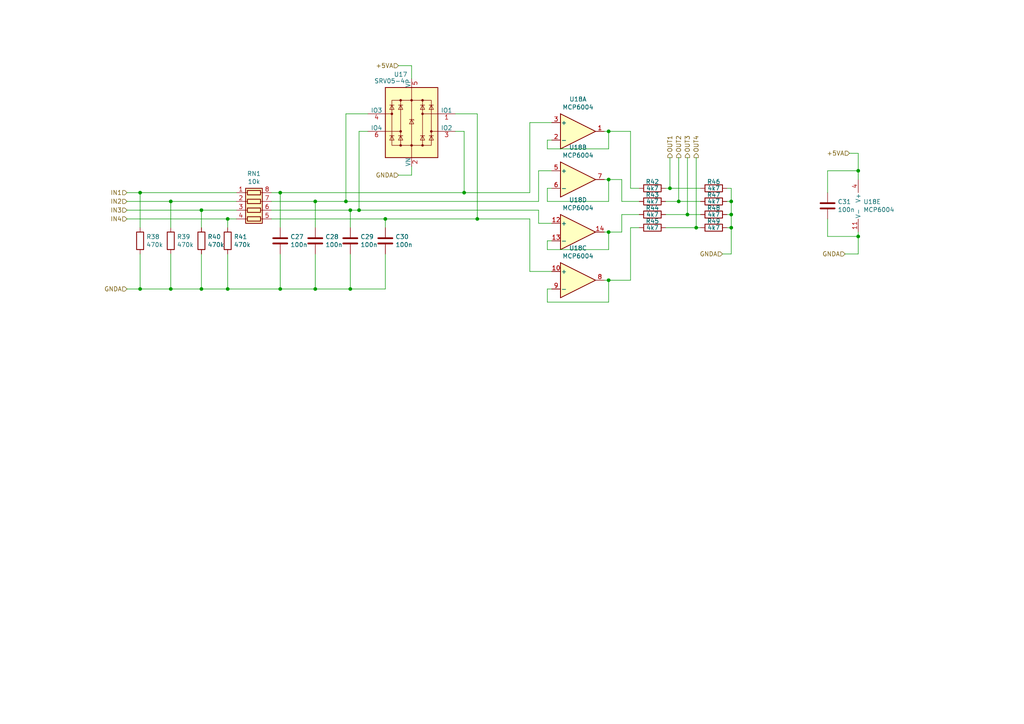
<source format=kicad_sch>
(kicad_sch (version 20250114) (generator "eeschema") (generator_version "9.0")
  (paper "A4")
  (title_block (title "rusEfi Proteus") (date "2022-04-09") (rev "v0.7") (company "rusEFI") (comment 1 "github.com/mck1117/proteus") (comment 2 "rusefi.com/s/proteus"))
  (lib_symbols
    (symbol "Amplifier_Operational:MCP6004" (pin_names (offset 0.127))
      (property "Reference" "U" (at 0 5.08 0))
      (property "Value" "MCP6004" (at 0 -5.08 0))
      (symbol "MCP6004_1_1"
        (polyline (pts (xy -5.08 5.08) (xy 5.08 0) (xy -5.08 -5.08) (xy -5.08 5.08)) (stroke (width 0.254)) (fill (type background)))
        (pin input line (at -7.62 2.54 0) (length 2.54) (name "+") (number "3"))
        (pin input line (at -7.62 -2.54 0) (length 2.54) (name "-") (number "2"))
        (pin output line (at 7.62 0 180) (length 2.54) (name "~") (number "1"))
      )
      (symbol "MCP6004_2_1"
        (polyline (pts (xy -5.08 5.08) (xy 5.08 0) (xy -5.08 -5.08) (xy -5.08 5.08)) (stroke (width 0.254)) (fill (type background)))
        (pin input line (at -7.62 2.54 0) (length 2.54) (name "+") (number "5"))
        (pin input line (at -7.62 -2.54 0) (length 2.54) (name "-") (number "6"))
        (pin output line (at 7.62 0 180) (length 2.54) (name "~") (number "7"))
      )
      (symbol "MCP6004_3_1"
        (polyline (pts (xy -5.08 5.08) (xy 5.08 0) (xy -5.08 -5.08) (xy -5.08 5.08)) (stroke (width 0.254)) (fill (type background)))
        (pin input line (at -7.62 2.54 0) (length 2.54) (name "+") (number "10"))
        (pin input line (at -7.62 -2.54 0) (length 2.54) (name "-") (number "9"))
        (pin output line (at 7.62 0 180) (length 2.54) (name "~") (number "8"))
      )
      (symbol "MCP6004_4_1"
        (polyline (pts (xy -5.08 5.08) (xy 5.08 0) (xy -5.08 -5.08) (xy -5.08 5.08)) (stroke (width 0.254)) (fill (type background)))
        (pin input line (at -7.62 2.54 0) (length 2.54) (name "+") (number "12"))
        (pin input line (at -7.62 -2.54 0) (length 2.54) (name "-") (number "13"))
        (pin output line (at 7.62 0 180) (length 2.54) (name "~") (number "14"))
      )
      (symbol "MCP6004_5_1"
        (pin power_in line (at -2.54 7.62 270) (length 3.81) (name "V+") (number "4"))
        (pin power_in line (at -2.54 -7.62 90) (length 3.81) (name "V-") (number "11"))
      )
    )
    (symbol "Device:C" (pin_numbers (hide yes)) (pin_names (offset 0.254))
      (property "Reference" "C" (at 0.635 2.54 0))
      (property "Value" "C" (at 0.635 -2.54 0))
      (symbol "C_0_1"
        (polyline (pts (xy -2.032 0.762) (xy 2.032 0.762)) (stroke (width 0.508)))
        (polyline (pts (xy -2.032 -0.762) (xy 2.032 -0.762)) (stroke (width 0.508)))
      )
      (symbol "C_1_1"
        (pin passive line (at 0 3.81 270) (length 2.794) (name "~") (number "1"))
        (pin passive line (at 0 -3.81 90) (length 2.794) (name "~") (number "2"))
      )
    )
    (symbol "Device:R" (pin_numbers (hide yes)) (pin_names (offset 0))
      (property "Reference" "R" (at 2.032 0 90))
      (property "Value" "R" (at 0 0 90))
      (symbol "R_0_1"
        (rectangle (start -1.016 -2.54) (end 1.016 2.54) (stroke (width 0.254)))
      )
      (symbol "R_1_1"
        (pin passive line (at 0 3.81 270) (length 1.27) (name "~") (number "1"))
        (pin passive line (at 0 -3.81 90) (length 1.27) (name "~") (number "2"))
      )
    )
    (symbol "Device:R_Pack04" (pin_names (offset 0) (hide yes))
      (property "Reference" "RN" (at -7.62 0 90))
      (property "Value" "R_Pack04" (at 5.08 0 90))
      (symbol "R_Pack04_0_1"
        (rectangle (start -6.35 -2.413) (end 3.81 2.413) (stroke (width 0.254)) (fill (type background)))
        (rectangle (start -5.715 1.905) (end -4.445 -1.905) (stroke (width 0.254)))
        (polyline (pts (xy -5.08 1.905) (xy -5.08 2.54)))
        (polyline (pts (xy -5.08 -2.54) (xy -5.08 -1.905)))
        (rectangle (start -3.175 1.905) (end -1.905 -1.905) (stroke (width 0.254)))
        (polyline (pts (xy -2.54 1.905) (xy -2.54 2.54)))
        (polyline (pts (xy -2.54 -2.54) (xy -2.54 -1.905)))
        (rectangle (start -0.635 1.905) (end 0.635 -1.905) (stroke (width 0.254)))
        (polyline (pts (xy 0 1.905) (xy 0 2.54)))
        (polyline (pts (xy 0 -2.54) (xy 0 -1.905)))
        (rectangle (start 1.905 1.905) (end 3.175 -1.905) (stroke (width 0.254)))
        (polyline (pts (xy 2.54 1.905) (xy 2.54 2.54)))
        (polyline (pts (xy 2.54 -2.54) (xy 2.54 -1.905)))
      )
      (symbol "R_Pack04_1_1"
        (pin passive line (at -5.08 5.08 270) (length 2.54) (name "R1.2") (number "8"))
        (pin passive line (at -5.08 -5.08 90) (length 2.54) (name "R1.1") (number "1"))
        (pin passive line (at -2.54 5.08 270) (length 2.54) (name "R2.2") (number "7"))
        (pin passive line (at -2.54 -5.08 90) (length 2.54) (name "R2.1") (number "2"))
        (pin passive line (at 0 5.08 270) (length 2.54) (name "R3.2") (number "6"))
        (pin passive line (at 0 -5.08 90) (length 2.54) (name "R3.1") (number "3"))
        (pin passive line (at 2.54 5.08 270) (length 2.54) (name "R4.2") (number "5"))
        (pin passive line (at 2.54 -5.08 90) (length 2.54) (name "R4.1") (number "4"))
      )
    )
    (symbol "Power_Protection:SRV05-4" (pin_names (offset 0))
      (property "Reference" "U" (at -5.08 11.43 0))
      (property "Value" "SRV05-4" (at 2.54 11.43 0))
      (symbol "SRV05-4_0_0"
        (rectangle (start -5.715 6.477) (end 5.715 -6.604))
        (polyline (pts (xy -3.175 -6.604) (xy -3.175 6.477)))
        (polyline (pts (xy 3.175 6.477) (xy 3.175 -6.604)))
      )
      (symbol "SRV05-4_0_1"
        (polyline (pts (xy -7.747 2.54) (xy -3.175 2.54)))
        (rectangle (start -7.62 10.16) (end 7.62 -10.16) (stroke (width 0.254)) (fill (type background)))
        (polyline (pts (xy -7.62 -2.54) (xy -5.715 -2.54)))
        (circle (center -5.715 -2.54) (radius 0.2794) (fill (type outline)))
        (polyline (pts (xy -5.08 5.08) (xy -6.35 5.08)))
        (polyline (pts (xy -5.08 3.81) (xy -6.35 3.81) (xy -5.715 5.08) (xy -5.08 3.81)))
        (polyline (pts (xy -5.08 -3.81) (xy -6.35 -3.81)))
        (polyline (pts (xy -5.08 -5.08) (xy -6.35 -5.08) (xy -5.715 -3.81) (xy -5.08 -5.08)))
        (circle (center -3.175 6.477) (radius 0.2794) (fill (type outline)))
        (circle (center -3.175 2.54) (radius 0.2794) (fill (type outline)))
        (circle (center -3.175 -6.604) (radius 0.2794) (fill (type outline)))
        (polyline (pts (xy -2.54 5.08) (xy -3.81 5.08)))
        (polyline (pts (xy -2.54 3.81) (xy -3.81 3.81) (xy -3.175 5.08) (xy -2.54 3.81)))
        (polyline (pts (xy -2.54 -3.81) (xy -3.81 -3.81)))
        (polyline (pts (xy -2.54 -5.08) (xy -3.81 -5.08) (xy -3.175 -3.81) (xy -2.54 -5.08)))
        (polyline (pts (xy 0 10.16) (xy 0 -10.16)))
        (circle (center 0 6.477) (radius 0.2794) (fill (type outline)))
        (circle (center 0 -6.604) (radius 0.2794) (fill (type outline)))
        (polyline (pts (xy 0.635 0.889) (xy -0.635 0.889) (xy -0.635 0.635)))
        (polyline (pts (xy 0.635 -0.381) (xy -0.635 -0.381) (xy 0 0.889) (xy 0.635 -0.381)))
        (circle (center 3.175 6.477) (radius 0.2794) (fill (type outline)))
        (circle (center 3.175 -2.54) (radius 0.2794) (fill (type outline)))
        (circle (center 3.175 -6.604) (radius 0.2794) (fill (type outline)))
        (polyline (pts (xy 3.81 5.08) (xy 2.54 5.08)))
        (polyline (pts (xy 3.81 3.81) (xy 2.54 3.81) (xy 3.175 5.08) (xy 3.81 3.81)))
        (polyline (pts (xy 3.81 -3.81) (xy 2.54 -3.81)))
        (polyline (pts (xy 3.81 -5.08) (xy 2.54 -5.08) (xy 3.175 -3.81) (xy 3.81 -5.08)))
        (circle (center 5.715 2.54) (radius 0.2794) (fill (type outline)))
        (polyline (pts (xy 6.35 5.08) (xy 5.08 5.08)))
        (polyline (pts (xy 6.35 3.81) (xy 5.08 3.81) (xy 5.715 5.08) (xy 6.35 3.81)))
        (polyline (pts (xy 6.35 -3.81) (xy 5.08 -3.81)))
        (polyline (pts (xy 6.35 -5.08) (xy 5.08 -5.08) (xy 5.715 -3.81) (xy 6.35 -5.08)))
        (polyline (pts (xy 7.62 2.54) (xy 5.715 2.54)))
        (polyline (pts (xy 7.62 -2.54) (xy 3.175 -2.54)))
      )
      (symbol "SRV05-4_1_1"
        (pin passive line (at -12.7 2.54 0) (length 5.08) (name "IO1") (number "1"))
        (pin passive line (at -12.7 -2.54 0) (length 5.08) (name "IO2") (number "3"))
        (pin passive line (at 0 12.7 270) (length 2.54) (name "VP") (number "5"))
        (pin passive line (at 0 -12.7 90) (length 2.54) (name "VN") (number "2"))
        (pin passive line (at 12.7 2.54 180) (length 5.08) (name "IO3") (number "4"))
        (pin passive line (at 12.7 -2.54 180) (length 5.08) (name "IO4") (number "6"))
      )
    )
  )
  (junction (at 81.28 55.88))
  (junction (at 212.09 66.04))
  (junction (at 134.62 55.88))
  (junction (at 248.92 49.53))
  (junction (at 101.6 83.82))
  (junction (at 91.44 83.82))
  (junction (at 40.64 83.82))
  (junction (at 91.44 58.42))
  (junction (at 58.42 60.96))
  (junction (at 58.42 83.82))
  (junction (at 66.04 63.5))
  (junction (at 199.39 62.23))
  (junction (at 194.31 54.61))
  (junction (at 104.14 60.96))
  (junction (at 81.28 83.82))
  (junction (at 176.53 38.1))
  (junction (at 111.76 63.5))
  (junction (at 248.92 68.58))
  (junction (at 176.53 67.31))
  (junction (at 66.04 83.82))
  (junction (at 40.64 55.88))
  (junction (at 100.33 58.42))
  (junction (at 212.09 58.42))
  (junction (at 196.85 58.42))
  (junction (at 212.09 62.23))
  (junction (at 49.53 58.42))
  (junction (at 176.53 52.07))
  (junction (at 201.93 66.04))
  (junction (at 49.53 83.82))
  (junction (at 176.53 81.28))
  (junction (at 138.43 63.5))
  (junction (at 101.6 60.96))
  (wire (pts (xy 185.42 54.61) (xy 182.88 54.61)))
  (wire (pts (xy 176.53 52.07) (xy 175.26 52.07)))
  (wire (pts (xy 212.09 66.04) (xy 210.82 66.04)))
  (wire (pts (xy 160.02 69.85) (xy 158.75 69.85)))
  (wire (pts (xy 119.38 19.05) (xy 115.57 19.05)))
  (wire (pts (xy 49.53 73.66) (xy 49.53 83.82)))
  (wire (pts (xy 134.62 55.88) (xy 153.67 55.88)))
  (wire (pts (xy 203.2 58.42) (xy 196.85 58.42)))
  (wire (pts (xy 199.39 45.72) (xy 199.39 62.23)))
  (wire (pts (xy 66.04 63.5) (xy 68.58 63.5)))
  (wire (pts (xy 104.14 60.96) (xy 156.21 60.96)))
  (wire (pts (xy 176.53 81.28) (xy 175.26 81.28)))
  (wire (pts (xy 240.03 68.58) (xy 240.03 63.5)))
  (wire (pts (xy 132.08 33.02) (xy 138.43 33.02)))
  (wire (pts (xy 40.64 83.82) (xy 49.53 83.82)))
  (wire (pts (xy 66.04 73.66) (xy 66.04 83.82)))
  (wire (pts (xy 248.92 68.58) (xy 240.03 68.58)))
  (wire (pts (xy 132.08 38.1) (xy 134.62 38.1)))
  (wire (pts (xy 180.34 62.23) (xy 185.42 62.23)))
  (wire (pts (xy 158.75 54.61) (xy 158.75 58.42)))
  (wire (pts (xy 158.75 40.64) (xy 158.75 43.18)))
  (wire (pts (xy 201.93 66.04) (xy 201.93 45.72)))
  (wire (pts (xy 66.04 66.04) (xy 66.04 63.5)))
  (wire (pts (xy 104.14 38.1) (xy 104.14 60.96)))
  (wire (pts (xy 81.28 66.04) (xy 81.28 55.88)))
  (wire (pts (xy 78.74 60.96) (xy 101.6 60.96)))
  (wire (pts (xy 185.42 66.04) (xy 182.88 66.04)))
  (wire (pts (xy 78.74 58.42) (xy 91.44 58.42)))
  (wire (pts (xy 212.09 58.42) (xy 210.82 58.42)))
  (wire (pts (xy 210.82 54.61) (xy 212.09 54.61)))
  (wire (pts (xy 81.28 55.88) (xy 78.74 55.88)))
  (wire (pts (xy 101.6 73.66) (xy 101.6 83.82)))
  (wire (pts (xy 212.09 62.23) (xy 212.09 58.42)))
  (wire (pts (xy 156.21 49.53) (xy 156.21 58.42)))
  (wire (pts (xy 49.53 58.42) (xy 68.58 58.42)))
  (wire (pts (xy 91.44 83.82) (xy 101.6 83.82)))
  (wire (pts (xy 182.88 38.1) (xy 176.53 38.1)))
  (wire (pts (xy 40.64 55.88) (xy 68.58 55.88)))
  (wire (pts (xy 176.53 43.18) (xy 176.53 38.1)))
  (wire (pts (xy 66.04 83.82) (xy 81.28 83.82)))
  (wire (pts (xy 119.38 50.8) (xy 119.38 48.26)))
  (wire (pts (xy 158.75 58.42) (xy 176.53 58.42)))
  (wire (pts (xy 158.75 83.82) (xy 158.75 87.63)))
  (wire (pts (xy 36.83 83.82) (xy 40.64 83.82)))
  (wire (pts (xy 212.09 73.66) (xy 209.55 73.66)))
  (wire (pts (xy 203.2 66.04) (xy 201.93 66.04)))
  (wire (pts (xy 248.92 68.58) (xy 248.92 73.66)))
  (wire (pts (xy 36.83 60.96) (xy 58.42 60.96)))
  (wire (pts (xy 180.34 58.42) (xy 185.42 58.42)))
  (wire (pts (xy 176.53 38.1) (xy 175.26 38.1)))
  (wire (pts (xy 160.02 54.61) (xy 158.75 54.61)))
  (wire (pts (xy 101.6 60.96) (xy 104.14 60.96)))
  (wire (pts (xy 158.75 72.39) (xy 176.53 72.39)))
  (wire (pts (xy 134.62 38.1) (xy 134.62 55.88)))
  (wire (pts (xy 58.42 60.96) (xy 58.42 66.04)))
  (wire (pts (xy 212.09 54.61) (xy 212.09 58.42)))
  (wire (pts (xy 176.53 58.42) (xy 176.53 52.07)))
  (wire (pts (xy 91.44 58.42) (xy 100.33 58.42)))
  (wire (pts (xy 153.67 55.88) (xy 153.67 35.56)))
  (wire (pts (xy 193.04 62.23) (xy 199.39 62.23)))
  (wire (pts (xy 49.53 83.82) (xy 58.42 83.82)))
  (wire (pts (xy 176.53 52.07) (xy 180.34 52.07)))
  (wire (pts (xy 100.33 33.02) (xy 100.33 58.42)))
  (wire (pts (xy 194.31 54.61) (xy 203.2 54.61)))
  (wire (pts (xy 248.92 44.45) (xy 248.92 49.53)))
  (wire (pts (xy 160.02 40.64) (xy 158.75 40.64)))
  (wire (pts (xy 240.03 55.88) (xy 240.03 49.53)))
  (wire (pts (xy 156.21 64.77) (xy 160.02 64.77)))
  (wire (pts (xy 66.04 63.5) (xy 36.83 63.5)))
  (wire (pts (xy 101.6 83.82) (xy 111.76 83.82)))
  (wire (pts (xy 176.53 87.63) (xy 176.53 81.28)))
  (wire (pts (xy 176.53 67.31) (xy 175.26 67.31)))
  (wire (pts (xy 248.92 68.58) (xy 248.92 67.31)))
  (wire (pts (xy 49.53 66.04) (xy 49.53 58.42)))
  (wire (pts (xy 138.43 63.5) (xy 153.67 63.5)))
  (wire (pts (xy 81.28 55.88) (xy 134.62 55.88)))
  (wire (pts (xy 78.74 63.5) (xy 111.76 63.5)))
  (wire (pts (xy 138.43 33.02) (xy 138.43 63.5)))
  (wire (pts (xy 193.04 54.61) (xy 194.31 54.61)))
  (wire (pts (xy 58.42 83.82) (xy 66.04 83.82)))
  (wire (pts (xy 101.6 60.96) (xy 101.6 66.04)))
  (wire (pts (xy 182.88 54.61) (xy 182.88 38.1)))
  (wire (pts (xy 160.02 49.53) (xy 156.21 49.53)))
  (wire (pts (xy 40.64 55.88) (xy 40.64 66.04)))
  (wire (pts (xy 194.31 54.61) (xy 194.31 45.72)))
  (wire (pts (xy 180.34 52.07) (xy 180.34 58.42)))
  (wire (pts (xy 115.57 50.8) (xy 119.38 50.8)))
  (wire (pts (xy 36.83 55.88) (xy 40.64 55.88)))
  (wire (pts (xy 248.92 49.53) (xy 248.92 52.07)))
  (wire (pts (xy 182.88 66.04) (xy 182.88 81.28)))
  (wire (pts (xy 158.75 43.18) (xy 176.53 43.18)))
  (wire (pts (xy 176.53 67.31) (xy 180.34 67.31)))
  (wire (pts (xy 212.09 66.04) (xy 212.09 62.23)))
  (wire (pts (xy 153.67 78.74) (xy 160.02 78.74)))
  (wire (pts (xy 160.02 83.82) (xy 158.75 83.82)))
  (wire (pts (xy 81.28 73.66) (xy 81.28 83.82)))
  (wire (pts (xy 180.34 67.31) (xy 180.34 62.23)))
  (wire (pts (xy 158.75 87.63) (xy 176.53 87.63)))
  (wire (pts (xy 240.03 49.53) (xy 248.92 49.53)))
  (wire (pts (xy 182.88 81.28) (xy 176.53 81.28)))
  (wire (pts (xy 199.39 62.23) (xy 203.2 62.23)))
  (wire (pts (xy 111.76 63.5) (xy 111.76 66.04)))
  (wire (pts (xy 193.04 66.04) (xy 201.93 66.04)))
  (wire (pts (xy 81.28 83.82) (xy 91.44 83.82)))
  (wire (pts (xy 100.33 58.42) (xy 156.21 58.42)))
  (wire (pts (xy 245.11 73.66) (xy 248.92 73.66)))
  (wire (pts (xy 106.68 38.1) (xy 104.14 38.1)))
  (wire (pts (xy 40.64 73.66) (xy 40.64 83.82)))
  (wire (pts (xy 248.92 44.45) (xy 246.38 44.45)))
  (wire (pts (xy 176.53 72.39) (xy 176.53 67.31)))
  (wire (pts (xy 49.53 58.42) (xy 36.83 58.42)))
  (wire (pts (xy 196.85 45.72) (xy 196.85 58.42)))
  (wire (pts (xy 119.38 19.05) (xy 119.38 22.86)))
  (wire (pts (xy 106.68 33.02) (xy 100.33 33.02)))
  (wire (pts (xy 212.09 62.23) (xy 210.82 62.23)))
  (wire (pts (xy 91.44 58.42) (xy 91.44 66.04)))
  (wire (pts (xy 58.42 73.66) (xy 58.42 83.82)))
  (wire (pts (xy 111.76 63.5) (xy 138.43 63.5)))
  (wire (pts (xy 156.21 60.96) (xy 156.21 64.77)))
  (wire (pts (xy 196.85 58.42) (xy 193.04 58.42)))
  (wire (pts (xy 153.67 63.5) (xy 153.67 78.74)))
  (wire (pts (xy 153.67 35.56) (xy 160.02 35.56)))
  (wire (pts (xy 111.76 83.82) (xy 111.76 73.66)))
  (wire (pts (xy 158.75 69.85) (xy 158.75 72.39)))
  (wire (pts (xy 91.44 73.66) (xy 91.44 83.82)))
  (wire (pts (xy 212.09 66.04) (xy 212.09 73.66)))
  (wire (pts (xy 68.58 60.96) (xy 58.42 60.96)))
  (hierarchical_label "GNDA" (shape input) (at 36.83 83.82 180))
  (hierarchical_label "+5VA" (shape input) (at 115.57 19.05 180))
  (hierarchical_label "OUT4" (shape output) (at 201.93 45.72 90))
  (hierarchical_label "GNDA" (shape input) (at 245.11 73.66 180))
  (hierarchical_label "GNDA" (shape input) (at 115.57 50.8 180))
  (hierarchical_label "OUT1" (shape output) (at 194.31 45.72 90))
  (hierarchical_label "+5VA" (shape input) (at 246.38 44.45 180))
  (hierarchical_label "IN1" (shape input) (at 36.83 55.88 180))
  (hierarchical_label "OUT2" (shape output) (at 196.85 45.72 90))
  (hierarchical_label "IN4" (shape input) (at 36.83 63.5 180))
  (hierarchical_label "IN3" (shape input) (at 36.83 60.96 180))
  (hierarchical_label "IN2" (shape input) (at 36.83 58.42 180))
  (hierarchical_label "GNDA" (shape input) (at 209.55 73.66 180))
  (hierarchical_label "OUT3" (shape output) (at 199.39 45.72 90))
  (symbol (lib_id "Amplifier_Operational:MCP6004") (at 167.64 38.1 0) (unit 1)
    (property "Reference" "U18" (at 167.64 28.7782 0))
    (property "Value" "MCP6004" (at 167.64 31.0896 0))
    (property "Footprint" "Package_SO:TSSOP-14_4.4x5mm_P0.65mm" (effects (hide yes)))
    (property "Datasheet" "http://ww1.microchip.com/downloads/en/DeviceDoc/21733j.pdf" (effects (hide yes)))
    (property "PN" "MCP6004T-I/ST" (effects (hide yes)))
    (property "LCSC" "C50282" (effects (hide yes)))
    (property "LCSC_ext" "1" (effects (hide yes)))
    (property "possible_not_ext" "1" (effects (hide yes)))
    (instances (project "trove8" (path "" (reference "U18") (unit 1)) (path "" (reference "U22") (unit 1))))
  )
  (symbol (lib_id "Amplifier_Operational:MCP6004") (at 167.64 52.07 0) (unit 2)
    (property "Reference" "U18" (at 167.64 42.7482 0))
    (property "Value" "MCP6004" (at 167.64 45.0596 0))
    (property "Footprint" "Package_SO:TSSOP-14_4.4x5mm_P0.65mm" (effects (hide yes)))
    (property "Datasheet" "http://ww1.microchip.com/downloads/en/DeviceDoc/21733j.pdf" (effects (hide yes)))
    (property "PN" "MCP6004T-I/ST" (effects (hide yes)))
    (property "LCSC" "C50282" (effects (hide yes)))
    (property "LCSC_ext" "1" (effects (hide yes)))
    (property "possible_not_ext" "1" (effects (hide yes)))
    (instances (project "trove8" (path "" (reference "U18") (unit 2)) (path "" (reference "U22") (unit 2))))
  )
  (symbol (lib_id "Amplifier_Operational:MCP6004") (at 167.64 81.28 0) (unit 3)
    (property "Reference" "U18" (at 167.64 71.9582 0))
    (property "Value" "MCP6004" (at 167.64 74.2696 0))
    (property "Footprint" "Package_SO:TSSOP-14_4.4x5mm_P0.65mm" (effects (hide yes)))
    (property "Datasheet" "http://ww1.microchip.com/downloads/en/DeviceDoc/21733j.pdf" (effects (hide yes)))
    (property "PN" "MCP6004T-I/ST" (effects (hide yes)))
    (property "LCSC" "C50282" (effects (hide yes)))
    (property "LCSC_ext" "1" (effects (hide yes)))
    (property "possible_not_ext" "1" (effects (hide yes)))
    (instances (project "trove8" (path "" (reference "U18") (unit 3)) (path "" (reference "U22") (unit 3))))
  )
  (symbol (lib_id "Amplifier_Operational:MCP6004") (at 167.64 67.31 0) (unit 4)
    (property "Reference" "U18" (at 167.64 57.9882 0))
    (property "Value" "MCP6004" (at 167.64 60.2996 0))
    (property "Footprint" "Package_SO:TSSOP-14_4.4x5mm_P0.65mm" (effects (hide yes)))
    (property "Datasheet" "http://ww1.microchip.com/downloads/en/DeviceDoc/21733j.pdf" (effects (hide yes)))
    (property "PN" "MCP6004T-I/ST" (effects (hide yes)))
    (property "LCSC" "C50282" (effects (hide yes)))
    (property "LCSC_ext" "1" (effects (hide yes)))
    (property "possible_not_ext" "1" (effects (hide yes)))
    (instances (project "trove8" (path "" (reference "U18") (unit 4)) (path "" (reference "U22") (unit 4))))
  )
  (symbol (lib_id "Device:R") (at 49.53 69.85 0) (unit 1)
    (property "Reference" "R39" (at 51.308 68.6816 0) (effects (justify left)))
    (property "Value" "470k" (at 51.308 70.993 0) (effects (justify left)))
    (property "Footprint" "Resistor_SMD:R_0402_1005Metric" (effects (hide yes)))
    (property "LCSC" "C25790" (effects (hide yes)))
    (property "LCSC_ext" "0" (effects (hide yes)))
    (instances (project "trove8" (path "" (reference "R39") (unit 1)) (path "" (reference "R58") (unit 1))))
  )
  (symbol (lib_id "Device:R") (at 58.42 69.85 0) (unit 1)
    (property "Reference" "R40" (at 60.198 68.6816 0) (effects (justify left)))
    (property "Value" "470k" (at 60.198 70.993 0) (effects (justify left)))
    (property "Footprint" "Resistor_SMD:R_0402_1005Metric" (effects (hide yes)))
    (property "LCSC" "C25790" (effects (hide yes)))
    (property "LCSC_ext" "0" (effects (hide yes)))
    (instances (project "trove8" (path "" (reference "R40") (unit 1)) (path "" (reference "R59") (unit 1))))
  )
  (symbol (lib_id "Device:R") (at 66.04 69.85 0) (unit 1)
    (property "Reference" "R41" (at 67.818 68.6816 0) (effects (justify left)))
    (property "Value" "470k" (at 67.818 70.993 0) (effects (justify left)))
    (property "Footprint" "Resistor_SMD:R_0402_1005Metric" (effects (hide yes)))
    (property "LCSC" "C25790" (effects (hide yes)))
    (property "LCSC_ext" "0" (effects (hide yes)))
    (instances (project "trove8" (path "" (reference "R41") (unit 1)) (path "" (reference "R60") (unit 1))))
  )
  (symbol (lib_id "Amplifier_Operational:MCP6004") (at 251.46 59.69 0) (unit 5)
    (property "Reference" "U18" (at 250.3932 58.5216 0) (effects (justify left)))
    (property "Value" "MCP6004" (at 250.3932 60.833 0) (effects (justify left)))
    (property "Footprint" "Package_SO:TSSOP-14_4.4x5mm_P0.65mm" (effects (hide yes)))
    (property "Datasheet" "http://ww1.microchip.com/downloads/en/DeviceDoc/21733j.pdf" (effects (hide yes)))
    (property "PN" "MCP6004T-I/ST" (effects (hide yes)))
    (property "LCSC" "C50282" (effects (hide yes)))
    (property "LCSC_ext" "1" (effects (hide yes)))
    (property "possible_not_ext" "1" (effects (hide yes)))
    (instances (project "trove8" (path "" (reference "U18") (unit 5)) (path "" (reference "U22") (unit 5))))
  )
  (symbol (lib_id "Device:R_Pack04") (at 73.66 60.96 270) (unit 1)
    (property "Reference" "RN1" (at 73.66 50.3682 90))
    (property "Value" "10k" (at 73.66 52.6796 90))
    (property "Footprint" "Resistor_SMD:R_Array_Convex_4x0603" (effects (hide yes)))
    (property "PN" "CAT16-1002F4LF" (effects (hide yes)))
    (property "LCSC" "C29718" (effects (hide yes)))
    (property "LCSC_ext" "0" (effects (hide yes)))
    (instances (project "trove8" (path "" (reference "RN1") (unit 1)) (path "" (reference "RN2") (unit 1))))
  )
  (symbol (lib_id "Device:R") (at 40.64 69.85 0) (unit 1)
    (property "Reference" "R38" (at 42.418 68.6816 0) (effects (justify left)))
    (property "Value" "470k" (at 42.418 70.993 0) (effects (justify left)))
    (property "Footprint" "Resistor_SMD:R_0402_1005Metric" (effects (hide yes)))
    (property "LCSC" "C25790" (effects (hide yes)))
    (property "LCSC_ext" "0" (effects (hide yes)))
    (instances (project "trove8" (path "" (reference "R38") (unit 1)) (path "" (reference "R57") (unit 1))))
  )
  (symbol (lib_id "Device:C") (at 240.03 59.69 0) (unit 1)
    (property "Reference" "C31" (at 242.951 58.5216 0) (effects (justify left)))
    (property "Value" "100n" (at 242.951 60.833 0) (effects (justify left)))
    (property "Footprint" "Capacitor_SMD:C_0402_1005Metric" (effects (hide yes)))
    (property "LCSC" "C1525" (effects (hide yes)))
    (property "LCSC_ext" "0" (effects (hide yes)))
    (instances (project "trove8" (path "" (reference "C31") (unit 1)) (path "" (reference "C41") (unit 1))))
  )
  (symbol (lib_id "Device:R") (at 189.23 54.61 270) (unit 1)
    (property "Reference" "R42" (at 189.23 52.705 90))
    (property "Value" "4k7" (at 189.23 54.61 90))
    (property "Footprint" "Resistor_SMD:R_0402_1005Metric" (effects (hide yes)))
    (property "LCSC" "C281778" (effects (hide yes)))
    (property "LCSC_ext" "0" (effects (hide yes)))
    (property "Note" " 0.1%" (effects (hide yes)))
    (instances (project "trove8" (path "" (reference "R42") (unit 1)) (path "" (reference "R61") (unit 1))))
  )
  (symbol (lib_id "Device:R") (at 189.23 58.42 270) (unit 1)
    (property "Reference" "R43" (at 189.23 56.515 90))
    (property "Value" "4k7" (at 189.23 58.42 90))
    (property "Footprint" "Resistor_SMD:R_0402_1005Metric" (effects (hide yes)))
    (property "LCSC" "C281778" (effects (hide yes)))
    (property "LCSC_ext" "0" (effects (hide yes)))
    (property "Note" " 0.1%" (effects (hide yes)))
    (instances (project "trove8" (path "" (reference "R43") (unit 1)) (path "" (reference "R62") (unit 1))))
  )
  (symbol (lib_id "Device:R") (at 189.23 62.23 270) (unit 1)
    (property "Reference" "R44" (at 189.23 60.325 90))
    (property "Value" "4k7" (at 189.23 62.23 90))
    (property "Footprint" "Resistor_SMD:R_0402_1005Metric" (effects (hide yes)))
    (property "LCSC" "C281778" (effects (hide yes)))
    (property "LCSC_ext" "0" (effects (hide yes)))
    (property "Note" " 0.1%" (effects (hide yes)))
    (instances (project "trove8" (path "" (reference "R44") (unit 1)) (path "" (reference "R63") (unit 1))))
  )
  (symbol (lib_id "Device:R") (at 189.23 66.04 270) (unit 1)
    (property "Reference" "R45" (at 189.23 64.135 90))
    (property "Value" "4k7" (at 189.23 66.04 90))
    (property "Footprint" "Resistor_SMD:R_0402_1005Metric" (effects (hide yes)))
    (property "LCSC" "C281778" (effects (hide yes)))
    (property "LCSC_ext" "0" (effects (hide yes)))
    (property "Note" " 0.1%" (effects (hide yes)))
    (instances (project "trove8" (path "" (reference "R45") (unit 1)) (path "" (reference "R64") (unit 1))))
  )
  (symbol (lib_id "Device:R") (at 207.01 54.61 270) (unit 1)
    (property "Reference" "R46" (at 207.01 52.705 90))
    (property "Value" "4k7" (at 207.01 54.61 90))
    (property "Footprint" "Resistor_SMD:R_0402_1005Metric" (effects (hide yes)))
    (property "LCSC" "C281778" (effects (hide yes)))
    (property "LCSC_ext" "0" (effects (hide yes)))
    (property "Note" " 0.1%" (effects (hide yes)))
    (instances (project "trove8" (path "" (reference "R46") (unit 1)) (path "" (reference "R65") (unit 1))))
  )
  (symbol (lib_id "Device:R") (at 207.01 58.42 270) (unit 1)
    (property "Reference" "R47" (at 207.01 56.515 90))
    (property "Value" "4k7" (at 207.01 58.42 90))
    (property "Footprint" "Resistor_SMD:R_0402_1005Metric" (effects (hide yes)))
    (property "LCSC" "C281778" (effects (hide yes)))
    (property "LCSC_ext" "0" (effects (hide yes)))
    (property "Note" " 0.1%" (effects (hide yes)))
    (instances (project "trove8" (path "" (reference "R47") (unit 1)) (path "" (reference "R66") (unit 1))))
  )
  (symbol (lib_id "Device:R") (at 207.01 62.23 270) (unit 1)
    (property "Reference" "R48" (at 207.01 60.325 90))
    (property "Value" "4k7" (at 207.01 62.23 90))
    (property "Footprint" "Resistor_SMD:R_0402_1005Metric" (effects (hide yes)))
    (property "LCSC" "C281778" (effects (hide yes)))
    (property "LCSC_ext" "0" (effects (hide yes)))
    (property "Note" " 0.1%" (effects (hide yes)))
    (instances (project "trove8" (path "" (reference "R48") (unit 1)) (path "" (reference "R67") (unit 1))))
  )
  (symbol (lib_id "Device:R") (at 207.01 66.04 270) (unit 1)
    (property "Reference" "R49" (at 207.01 64.135 90))
    (property "Value" "4k7" (at 207.01 66.04 90))
    (property "Footprint" "Resistor_SMD:R_0402_1005Metric" (effects (hide yes)))
    (property "LCSC" "C281778" (effects (hide yes)))
    (property "LCSC_ext" "0" (effects (hide yes)))
    (property "Note" " 0.1%" (effects (hide yes)))
    (instances (project "trove8" (path "" (reference "R49") (unit 1)) (path "" (reference "R68") (unit 1))))
  )
  (symbol (lib_id "Device:C") (at 81.28 69.85 0) (unit 1)
    (property "Reference" "C27" (at 84.201 68.6816 0) (effects (justify left)))
    (property "Value" "100n" (at 84.201 70.993 0) (effects (justify left)))
    (property "Footprint" "Capacitor_SMD:C_0402_1005Metric" (effects (hide yes)))
    (property "LCSC" "C1525" (effects (hide yes)))
    (property "LCSC_ext" "0" (effects (hide yes)))
    (instances (project "trove8" (path "" (reference "C27") (unit 1)) (path "" (reference "C37") (unit 1))))
  )
  (symbol (lib_id "Device:C") (at 91.44 69.85 0) (unit 1)
    (property "Reference" "C28" (at 94.361 68.6816 0) (effects (justify left)))
    (property "Value" "100n" (at 94.361 70.993 0) (effects (justify left)))
    (property "Footprint" "Capacitor_SMD:C_0402_1005Metric" (effects (hide yes)))
    (property "LCSC" "C1525" (effects (hide yes)))
    (property "LCSC_ext" "0" (effects (hide yes)))
    (instances (project "trove8" (path "" (reference "C28") (unit 1)) (path "" (reference "C38") (unit 1))))
  )
  (symbol (lib_id "Device:C") (at 101.6 69.85 0) (unit 1)
    (property "Reference" "C29" (at 104.521 68.6816 0) (effects (justify left)))
    (property "Value" "100n" (at 104.521 70.993 0) (effects (justify left)))
    (property "Footprint" "Capacitor_SMD:C_0402_1005Metric" (effects (hide yes)))
    (property "LCSC" "C1525" (effects (hide yes)))
    (property "LCSC_ext" "0" (effects (hide yes)))
    (instances (project "trove8" (path "" (reference "C29") (unit 1)) (path "" (reference "C39") (unit 1))))
  )
  (symbol (lib_id "Device:C") (at 111.76 69.85 0) (unit 1)
    (property "Reference" "C30" (at 114.681 68.6816 0) (effects (justify left)))
    (property "Value" "100n" (at 114.681 70.993 0) (effects (justify left)))
    (property "Footprint" "Capacitor_SMD:C_0402_1005Metric" (effects (hide yes)))
    (property "LCSC" "C1525" (effects (hide yes)))
    (property "LCSC_ext" "0" (effects (hide yes)))
    (instances (project "trove8" (path "" (reference "C30") (unit 1)) (path "" (reference "C40") (unit 1))))
  )
  (symbol (lib_id "Power_Protection:SRV05-4") (at 119.38 35.56 0) (mirror y) (unit 1)
    (property "Reference" "U17" (at 116.205 21.59 0))
    (property "Value" "SRV05-4" (at 113.03 23.495 0))
    (property "Footprint" "Package_TO_SOT_SMD:SOT-23-6" (effects (hide yes)))
    (property "Datasheet" "http://www.onsemi.com/pub/Collateral/SRV05-4-D.PDF" (effects (hide yes)))
    (property "LCSC" "C85364" (effects (hide yes)))
    (property "LCSC_ext" "0" (effects (hide yes)))
    (instances (project "trove8" (path "" (reference "U17") (unit 1)) (path "" (reference "U21") (unit 1))))
  )
)
</source>
